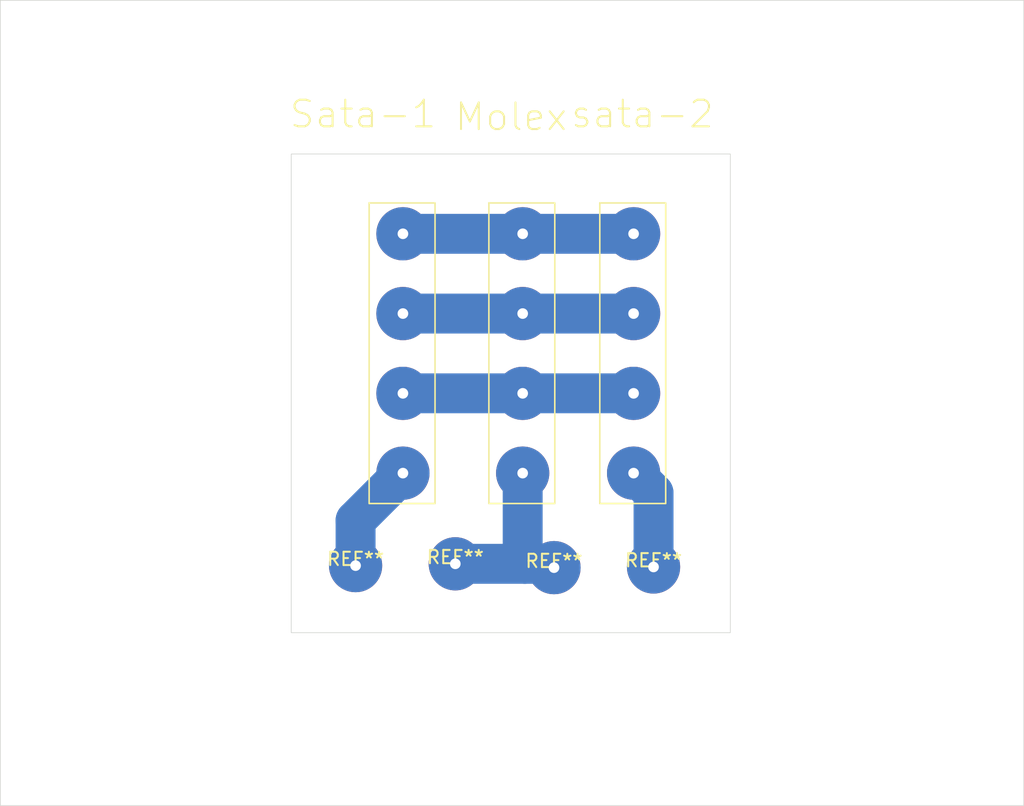
<source format=kicad_pcb>
(kicad_pcb (version 20240108) (generator "pcbnew") (generator_version "8.0")
  (layers (0 "F.Cu" signal) (31 "B.Cu" signal) (34 "B.Paste" user) (35 "F.Paste" user) (36 "B.SilkS" user "B.Silkscreen") (37 "F.SilkS" user "F.Silkscreen") (38 "B.Mask" user) (39 "F.Mask" user) (44 "Edge.Cuts" user))
  (net 0 "")
  (footprint "000_Other_Device:Negypolus_a" (layer "F.Cu") (at 160.673 105)
    (property "Reference" "sata-2" (at 0.6635 -27 0) (layer "F.SilkS") (effects (font (size 2 2))))
    (property "Value" "~" (hide yes))
    (fp_rect (start -2.54 -20.32) (end 2.413 2.286) (stroke (width 0.12)) (fill none) (layer "F.SilkS"))
    (pad "1" thru_hole circle (at 0 0) (size 4 4) (drill 0.8) (layers "*.Cu" "*.Mask"))
    (pad "2" thru_hole circle (at 0 -6) (size 4 4) (drill 0.8) (layers "*.Cu" "*.Mask"))
    (pad "3" thru_hole circle (at 0 -12) (size 4 4) (drill 0.8) (layers "*.Cu" "*.Mask"))
    (pad "4" thru_hole circle (at 0 -18) (size 4 4) (drill 0.8) (layers "*.Cu" "*.Mask"))
  )
  (footprint "000_Other_Device:Pad_1pin_D3.5" (layer "F.Cu") (at 147.273 111.819762)
    (property "Reference" "REF**" (at 0 -0.5 0) (layer "F.SilkS"))
    (property "Value" "Pad_1pin_D3")
    (pad "2" thru_hole circle (at 0 0) (size 4 4) (drill 0.8) (layers "*.Cu" "*.Mask"))
  )
  (footprint "000_Other_Device:Pad_1pin_D3.5" (layer "F.Cu") (at 162.171897 112.057644)
    (property "Reference" "REF**" (at 0 -0.5 0) (layer "F.SilkS"))
    (property "Value" "Pad_1pin_D3")
    (pad "4" thru_hole circle (at 0 0) (size 4 4) (drill 0.8) (layers "*.Cu" "*.Mask"))
  )
  (footprint "000_Other_Device:Pad_1pin_D3.5" (layer "F.Cu") (at 139.777712 111.956542)
    (property "Reference" "REF**" (at 0 -0.5 0) (layer "F.SilkS"))
    (property "Value" "Pad_1pin_D3")
    (pad "1" thru_hole circle (at 0 0) (size 4 4) (drill 0.8) (layers "*.Cu" "*.Mask"))
  )
  (footprint "000_Other_Device:Negypolus_a" (layer "F.Cu") (at 143.3365 105)
    (property "Reference" "Sata-1" (at -3 -27 0) (layer "F.SilkS") (effects (font (size 2 2))))
    (property "Value" "~" (hide yes))
    (fp_rect (start -2.54 -20.32) (end 2.413 2.286) (stroke (width 0.12)) (fill none) (layer "F.SilkS"))
    (pad "1" thru_hole circle (at 0 0) (size 4 4) (drill 0.8) (layers "*.Cu" "*.Mask"))
    (pad "2" thru_hole circle (at 0 -6) (size 4 4) (drill 0.8) (layers "*.Cu" "*.Mask"))
    (pad "3" thru_hole circle (at 0 -12) (size 4 4) (drill 0.8) (layers "*.Cu" "*.Mask"))
    (pad "4" thru_hole circle (at 0 -18) (size 4 4) (drill 0.8) (layers "*.Cu" "*.Mask"))
  )
  (footprint "000_Other_Device:Negypolus_a" (layer "F.Cu") (at 152.3365 105)
    (property "Reference" "Molex" (at -0.873525 -26.792586 0) (layer "F.SilkS") (effects (font (size 2 2))))
    (property "Value" "~" (hide yes))
    (fp_rect (start -2.54 -20.32) (end 2.413 2.286) (stroke (width 0.12)) (fill none) (layer "F.SilkS"))
    (pad "1" thru_hole circle (at 0 0) (size 4 4) (drill 0.8) (layers "*.Cu" "*.Mask"))
    (pad "2" thru_hole circle (at 0 -6) (size 4 4) (drill 0.8) (layers "*.Cu" "*.Mask"))
    (pad "3" thru_hole circle (at 0 -12) (size 4 4) (drill 0.8) (layers "*.Cu" "*.Mask"))
    (pad "4" thru_hole circle (at 0 -18) (size 4 4) (drill 0.8) (layers "*.Cu" "*.Mask"))
  )
  (footprint "000_Other_Device:Pad_1pin_D3.5" (layer "F.Cu") (at 154.690318 112.108195)
    (property "Reference" "REF**" (at 0 -0.5 0) (layer "F.SilkS"))
    (property "Value" "Pad_1pin_D3")
    (pad "3" thru_hole circle (at 0 0) (size 4 4) (drill 0.8) (layers "*.Cu" "*.Mask"))
  )
  (gr_rect (start 134.942579 81) (end 167.942579 117) (stroke (width 0.05)) (fill none) (layer "Edge.Cuts"))
  (gr_rect (start 113.077995 69.443257) (end 190 130) (stroke (width 0.05)) (fill none) (layer "Edge.Cuts"))
  (segment (start 139.777712 108.558788) (end 143.3365 105) (width 3) (layer "B.Cu") (net 0))
  (segment (start 143.3365 99) (end 152.3365 99) (width 3) (layer "B.Cu") (net 0))
  (segment (start 152.3365 105) (end 152.3365 111.664047) (width 3) (layer "B.Cu") (net 0))
  (segment (start 143.3365 87) (end 160.673 87) (width 3) (layer "B.Cu") (net 0))
  (segment (start 152.3365 99) (end 160.673 99) (width 3) (layer "B.Cu") (net 0))
  (segment (start 162.171897 112.057644) (end 162.171897 106.498897) (width 3) (layer "B.Cu") (net 0))
  (segment (start 154.401885 111.819762) (end 154.690318 112.108195) (width 3) (layer "B.Cu") (net 0))
  (segment (start 143.3365 93) (end 160.673 93) (width 3) (layer "B.Cu") (net 0))
  (segment (start 162.171897 106.498897) (end 160.673 105) (width 3) (layer "B.Cu") (net 0))
  (segment (start 152.3365 111.664047) (end 152.492215 111.819762) (width 3) (layer "B.Cu") (net 0))
  (segment (start 139.777712 111.956542) (end 139.777712 108.558788) (width 3) (layer "B.Cu") (net 0))
  (segment (start 152.492215 111.819762) (end 154.401885 111.819762) (width 3) (layer "B.Cu") (net 0))
  (segment (start 147.273 111.819762) (end 152.492215 111.819762) (width 3) (layer "B.Cu") (net 0))
)
</source>
